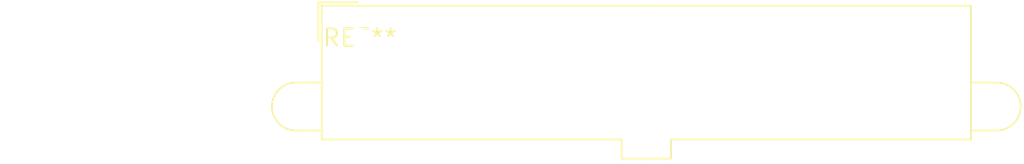
<source format=kicad_pcb>
(kicad_pcb (version 20240108) (generator pcbnew)
  (layers (0 "F.Cu" signal) (31 "B.Cu" signal) (34 "B.Paste" user) (35 "F.Paste" user) (36 "B.SilkS" user "B.Silkscreen") (37 "F.SilkS" user "F.Silkscreen") (38 "B.Mask" user) (39 "F.Mask" user) (44 "Edge.Cuts" user))
  (net 0 "")
  (footprint "Molex_Mini-Fit_Jr_5566-22A2_2x11_P4.20mm_Vertical" (layer "F.Cu") (at 0 0)
    (property "Reference" "REF**")
    (property "Value" "Molex_Mini-Fit_Jr_5566-22A2_2x11_P4.20mm_Vertical")
    (fp_line (start -4.7 3.28) (end -2.81 3.28) (layer "F.SilkS") (stroke (width 0.12)))
    (fp_line (start -4.7 6.8) (end -2.81 6.8) (layer "F.SilkS") (stroke (width 0.12)))
    (fp_line (start -3.05 -2.6) (end -3.05 0.25) (layer "F.SilkS") (stroke (width 0.12)))
    (fp_line (start -2.81 -2.36) (end -2.81 7.46) (layer "F.SilkS") (stroke (width 0.12)))
    (fp_line (start -2.81 7.46) (end 19.19 7.46) (layer "F.SilkS") (stroke (width 0.12)))
    (fp_line (start -0.2 -2.6) (end -3.05 -2.6) (layer "F.SilkS") (stroke (width 0.12)))
    (fp_line (start 19.19 7.46) (end 19.19 8.86) (layer "F.SilkS") (stroke (width 0.12)))
    (fp_line (start 19.19 8.86) (end 21 8.86) (layer "F.SilkS") (stroke (width 0.12)))
    (fp_line (start 21 -2.36) (end -2.81 -2.36) (layer "F.SilkS") (stroke (width 0.12)))
    (fp_line (start 21 -2.36) (end 44.81 -2.36) (layer "F.SilkS") (stroke (width 0.12)))
    (fp_line (start 22.81 7.46) (end 22.81 8.86) (layer "F.SilkS") (stroke (width 0.12)))
    (fp_line (start 22.81 8.86) (end 21 8.86) (layer "F.SilkS") (stroke (width 0.12)))
    (fp_line (start 44.81 -2.36) (end 44.81 7.46) (layer "F.SilkS") (stroke (width 0.12)))
    (fp_line (start 44.81 7.46) (end 22.81 7.46) (layer "F.SilkS") (stroke (width 0.12)))
    (fp_line (start 46.7 3.28) (end 44.81 3.28) (layer "F.SilkS") (stroke (width 0.12)))
    (fp_line (start 46.7 6.8) (end 44.81 6.8) (layer "F.SilkS") (stroke (width 0.12)))
    (fp_arc (start -4.7 6.8) (mid -6.46 5.04) (end -4.7 3.28) (layer "F.SilkS") (stroke (width 0.12)))
    (fp_arc (start 46.7 3.28) (mid 48.46 5.04) (end 46.7 6.8) (layer "F.SilkS") (stroke (width 0.12)))
    (pad "" np_thru_hole circle (at -4.7 5.04) (size 3 3) (drill 3) (layers *.Cu *.Mask))
    (pad "" np_thru_hole circle (at 46.7 5.04) (size 3 3) (drill 3) (layers *.Cu *.Mask))
    (pad "1" thru_hole roundrect (at 0 0) (size 2.7 3.3) (drill 1.4) (layers *.Cu *.Mask) (remove_unused_layers) (roundrect_rratio 0.092593))
    (pad "2" thru_hole oval (at 4.2 0) (size 2.7 3.3) (drill 1.4) (layers *.Cu *.Mask) (remove_unused_layers))
    (pad "3" thru_hole oval (at 8.4 0) (size 2.7 3.3) (drill 1.4) (layers *.Cu *.Mask) (remove_unused_layers))
    (pad "4" thru_hole oval (at 12.6 0) (size 2.7 3.3) (drill 1.4) (layers *.Cu *.Mask) (remove_unused_layers))
    (pad "5" thru_hole oval (at 16.8 0) (size 2.7 3.3) (drill 1.4) (layers *.Cu *.Mask) (remove_unused_layers))
    (pad "6" thru_hole oval (at 21 0) (size 2.7 3.3) (drill 1.4) (layers *.Cu *.Mask) (remove_unused_layers))
    (pad "7" thru_hole oval (at 25.2 0) (size 2.7 3.3) (drill 1.4) (layers *.Cu *.Mask) (remove_unused_layers))
    (pad "8" thru_hole oval (at 29.4 0) (size 2.7 3.3) (drill 1.4) (layers *.Cu *.Mask) (remove_unused_layers))
    (pad "9" thru_hole oval (at 33.6 0) (size 2.7 3.3) (drill 1.4) (layers *.Cu *.Mask) (remove_unused_layers))
    (pad "10" thru_hole oval (at 37.8 0) (size 2.7 3.3) (drill 1.4) (layers *.Cu *.Mask) (remove_unused_layers))
    (pad "11" thru_hole oval (at 42 0) (size 2.7 3.3) (drill 1.4) (layers *.Cu *.Mask) (remove_unused_layers))
    (pad "12" thru_hole oval (at 0 5.5) (size 2.7 3.3) (drill 1.4) (layers *.Cu *.Mask) (remove_unused_layers))
    (pad "13" thru_hole oval (at 4.2 5.5) (size 2.7 3.3) (drill 1.4) (layers *.Cu *.Mask) (remove_unused_layers))
    (pad "14" thru_hole oval (at 8.4 5.5) (size 2.7 3.3) (drill 1.4) (layers *.Cu *.Mask) (remove_unused_layers))
    (pad "15" thru_hole oval (at 12.6 5.5) (size 2.7 3.3) (drill 1.4) (layers *.Cu *.Mask) (remove_unused_layers))
    (pad "16" thru_hole oval (at 16.8 5.5) (size 2.7 3.3) (drill 1.4) (layers *.Cu *.Mask) (remove_unused_layers))
    (pad "17" thru_hole oval (at 21 5.5) (size 2.7 3.3) (drill 1.4) (layers *.Cu *.Mask) (remove_unused_layers))
    (pad "18" thru_hole oval (at 25.2 5.5) (size 2.7 3.3) (drill 1.4) (layers *.Cu *.Mask) (remove_unused_layers))
    (pad "19" thru_hole oval (at 29.4 5.5) (size 2.7 3.3) (drill 1.4) (layers *.Cu *.Mask) (remove_unused_layers))
    (pad "20" thru_hole oval (at 33.6 5.5) (size 2.7 3.3) (drill 1.4) (layers *.Cu *.Mask) (remove_unused_layers))
    (pad "21" thru_hole oval (at 37.8 5.5) (size 2.7 3.3) (drill 1.4) (layers *.Cu *.Mask) (remove_unused_layers))
    (pad "22" thru_hole oval (at 42 5.5) (size 2.7 3.3) (drill 1.4) (layers *.Cu *.Mask) (remove_unused_layers))
  )
)
</source>
